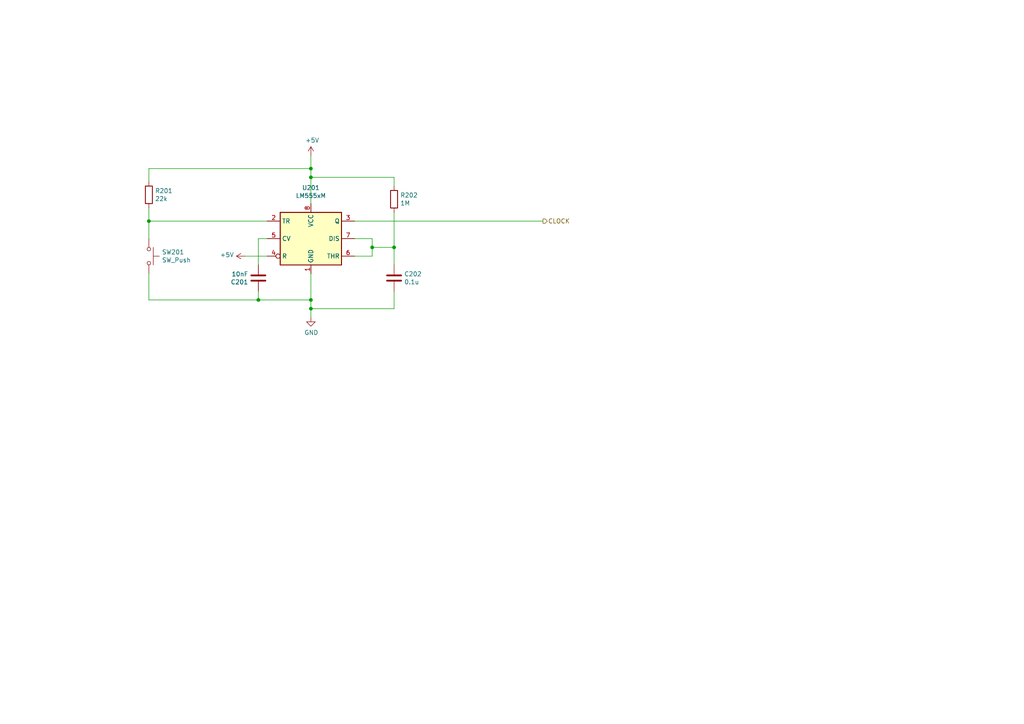
<source format=kicad_sch>
(kicad_sch (version 20211123) (generator eeschema)
  (paper "A4")
  (lib_symbols
    (symbol "Device:C" (pin_numbers hide) (pin_names (offset 0.254))
      (property "Reference" "C" (at 0.635 2.54 0))
      (property "Value" "C" (at 0.635 -2.54 0))
      (symbol "C_0_1"
        (polyline (pts (xy -2.032 -0.762) (xy 2.032 -0.762)) (stroke (width 0.508)))
        (polyline (pts (xy -2.032 0.762) (xy 2.032 0.762)) (stroke (width 0.508)))
      )
      (symbol "C_1_1"
        (pin passive line (at 0 3.81 270) (length 2.794) (name "~") (number "1"))
        (pin passive line (at 0 -3.81 90) (length 2.794) (name "~") (number "2"))
      )
    )
    (symbol "Device:R" (pin_numbers hide) (pin_names (offset 0))
      (property "Reference" "R" (at 2.032 0 90))
      (property "Value" "R" (at 0 0 90))
      (symbol "R_0_1"
        (rectangle (start -1.016 -2.54) (end 1.016 2.54) (stroke (width 0.254)))
      )
      (symbol "R_1_1"
        (pin passive line (at 0 3.81 270) (length 1.27) (name "~") (number "1"))
        (pin passive line (at 0 -3.81 90) (length 1.27) (name "~") (number "2"))
      )
    )
    (symbol "Switch:SW_Push" (pin_numbers hide) (pin_names (offset 1.016) hide)
      (property "Reference" "SW" (at 1.27 2.54 0))
      (property "Value" "SW_Push" (at 0 -1.524 0))
      (symbol "SW_Push_0_1"
        (circle (center -2.032 0) (radius 0.508))
        (polyline (pts (xy 0 1.27) (xy 0 3.048)))
        (polyline (pts (xy 2.54 1.27) (xy -2.54 1.27)))
        (circle (center 2.032 0) (radius 0.508))
        (pin passive line (at -5.08 0 0) (length 2.54) (name "1") (number "1"))
        (pin passive line (at 5.08 0 180) (length 2.54) (name "2") (number "2"))
      )
    )
    (symbol "Timer:LM555xM"
      (property "Reference" "U" (at -10.16 8.89 0))
      (property "Value" "LM555xM" (at 2.54 8.89 0))
      (symbol "LM555xM_0_0"
        (pin power_in line (at 0 -10.16 90) (length 2.54) (name "GND") (number "1"))
        (pin power_in line (at 0 10.16 270) (length 2.54) (name "VCC") (number "8"))
      )
      (symbol "LM555xM_0_1"
        (rectangle (start -8.89 -7.62) (end 8.89 7.62) (stroke (width 0.254)) (fill (type background)))
        (rectangle (start -8.89 -7.62) (end 8.89 7.62) (stroke (width 0.254)) (fill (type background)))
      )
      (symbol "LM555xM_1_1"
        (pin input line (at -12.7 5.08 0) (length 3.81) (name "TR") (number "2"))
        (pin output line (at 12.7 5.08 180) (length 3.81) (name "Q") (number "3"))
        (pin input inverted (at -12.7 -5.08 0) (length 3.81) (name "R") (number "4"))
        (pin input line (at -12.7 0 0) (length 3.81) (name "CV") (number "5"))
        (pin input line (at 12.7 -5.08 180) (length 3.81) (name "THR") (number "6"))
        (pin input line (at 12.7 0 180) (length 3.81) (name "DIS") (number "7"))
      )
    )
    (symbol "power:+5V" (power) (pin_names (offset 0))
      (property "Value" "+5V" (at 0 3.556 0))
      (symbol "+5V_0_1"
        (polyline (pts (xy -0.762 1.27) (xy 0 2.54)))
        (polyline (pts (xy 0 0) (xy 0 2.54)))
        (polyline (pts (xy 0 2.54) (xy 0.762 1.27)))
      )
      (symbol "+5V_1_1"
        (pin power_in line (at 0 0 90) (length 0) hide (name "+5V") (number "1"))
      )
    )
    (symbol "power:GND" (power) (pin_names (offset 0))
      (property "Value" "GND" (at 0 -3.81 0))
      (symbol "GND_0_1"
        (polyline (pts (xy 0 0) (xy 0 -1.27) (xy 1.27 -1.27) (xy 0 -2.54) (xy -1.27 -1.27) (xy 0 -1.27)))
      )
      (symbol "GND_1_1"
        (pin power_in line (at 0 0 270) (length 0) hide (name "GND") (number "1"))
      )
    )
  )
  (junction (at 43.18 64.135))
  (junction (at 74.93 86.995))
  (junction (at 114.3 71.755))
  (junction (at 90.17 89.535))
  (junction (at 90.17 86.995))
  (junction (at 107.95 71.755))
  (junction (at 90.17 51.435))
  (junction (at 90.17 48.895))
  (wire (pts (xy 74.93 84.455) (xy 74.93 86.995)))
  (wire (pts (xy 43.18 48.895) (xy 90.17 48.895)))
  (wire (pts (xy 74.93 69.215) (xy 77.47 69.215)))
  (wire (pts (xy 90.17 51.435) (xy 90.17 59.055)))
  (wire (pts (xy 43.18 69.215) (xy 43.18 64.135)))
  (wire (pts (xy 114.3 61.595) (xy 114.3 71.755)))
  (wire (pts (xy 71.12 74.295) (xy 77.47 74.295)))
  (wire (pts (xy 90.17 89.535) (xy 114.3 89.535)))
  (wire (pts (xy 107.95 69.215) (xy 107.95 71.755)))
  (wire (pts (xy 107.95 71.755) (xy 114.3 71.755)))
  (wire (pts (xy 114.3 89.535) (xy 114.3 84.455)))
  (wire (pts (xy 102.87 69.215) (xy 107.95 69.215)))
  (wire (pts (xy 74.93 76.835) (xy 74.93 69.215)))
  (wire (pts (xy 107.95 71.755) (xy 107.95 74.295)))
  (wire (pts (xy 114.3 51.435) (xy 90.17 51.435)))
  (wire (pts (xy 43.18 79.375) (xy 43.18 86.995)))
  (wire (pts (xy 90.17 45.085) (xy 90.17 48.895)))
  (wire (pts (xy 43.18 60.325) (xy 43.18 64.135)))
  (wire (pts (xy 43.18 86.995) (xy 74.93 86.995)))
  (wire (pts (xy 43.18 52.705) (xy 43.18 48.895)))
  (wire (pts (xy 74.93 86.995) (xy 90.17 86.995)))
  (wire (pts (xy 114.3 71.755) (xy 114.3 76.835)))
  (wire (pts (xy 90.17 89.535) (xy 90.17 92.075)))
  (wire (pts (xy 102.87 64.135) (xy 157.48 64.135)))
  (wire (pts (xy 90.17 86.995) (xy 90.17 89.535)))
  (wire (pts (xy 107.95 74.295) (xy 102.87 74.295)))
  (wire (pts (xy 90.17 79.375) (xy 90.17 86.995)))
  (wire (pts (xy 43.18 64.135) (xy 77.47 64.135)))
  (wire (pts (xy 114.3 53.975) (xy 114.3 51.435)))
  (wire (pts (xy 90.17 48.895) (xy 90.17 51.435)))
  (hierarchical_label "CLOCK" (shape output) (at 157.48 64.135 0))
  (symbol (lib_id "Device:R") (at 43.18 56.515 0) (unit 1)
    (property "Reference" "R201" (at 44.958 55.3466 0) (effects (justify left)))
    (property "Value" "22k" (at 44.958 57.658 0) (effects (justify left)))
    (property "Footprint" "Resistor_THT:R_Axial_DIN0207_L6.3mm_D2.5mm_P7.62mm_Horizontal" (effects hide))
  )
  (symbol (lib_id "power:+5V") (at 71.12 74.295 90) (unit 1)
    (property "Reference" "#PWR0201" (effects hide))
    (property "Value" "+5V" (at 67.8688 73.914 90) (effects (justify left)))
  )
  (symbol (lib_id "power:+5V") (at 90.17 45.085 0) (unit 1)
    (property "Reference" "#U0201" (effects hide))
    (property "Value" "+5V" (at 90.551 40.6908 0))
  )
  (symbol (lib_id "Switch:SW_Push") (at 43.18 74.295 270) (unit 1)
    (property "Reference" "SW201" (at 46.9392 73.1266 90) (effects (justify left)))
    (property "Value" "SW_Push" (at 46.9392 75.438 90) (effects (justify left)))
    (property "Footprint" "Button_Switch_THT:SW_PUSH_6mm_H4.3mm" (effects hide))
  )
  (symbol (lib_id "Timer:LM555xM") (at 90.17 69.215 0) (unit 1)
    (property "Reference" "U201" (at 90.17 54.4576 0))
    (property "Value" "LM555xM" (at 90.17 56.769 0))
    (property "Footprint" "Package_DIP:DIP-8_W7.62mm_Socket" (effects hide))
    (property "Datasheet" "http://www.ti.com/lit/ds/symlink/lm555.pdf" (effects hide))
  )
  (symbol (lib_id "Device:C") (at 74.93 80.645 0) (unit 1)
    (property "Reference" "C201" (at 72.009 81.8134 0) (effects (justify right)))
    (property "Value" "10nF" (at 72.009 79.502 0) (effects (justify right)))
    (property "Footprint" "Capacitor_THT:C_Disc_D3.0mm_W2.0mm_P2.50mm" (effects hide))
  )
  (symbol (lib_id "power:GND") (at 90.17 92.075 0) (unit 1)
    (property "Reference" "#U0202" (effects hide))
    (property "Value" "GND" (at 90.297 96.4692 0))
  )
  (symbol (lib_id "Device:R") (at 114.3 57.785 0) (unit 1)
    (property "Reference" "R202" (at 116.078 56.6166 0) (effects (justify left)))
    (property "Value" "1M" (at 116.078 58.928 0) (effects (justify left)))
    (property "Footprint" "Resistor_THT:R_Axial_DIN0207_L6.3mm_D2.5mm_P7.62mm_Horizontal" (effects hide))
  )
  (symbol (lib_id "Device:C") (at 114.3 80.645 0) (unit 1)
    (property "Reference" "C202" (at 117.221 79.4766 0) (effects (justify left)))
    (property "Value" "0.1u" (at 117.221 81.788 0) (effects (justify left)))
    (property "Footprint" "Capacitor_THT:C_Disc_D4.7mm_W2.5mm_P5.00mm" (effects hide))
  )
)
</source>
